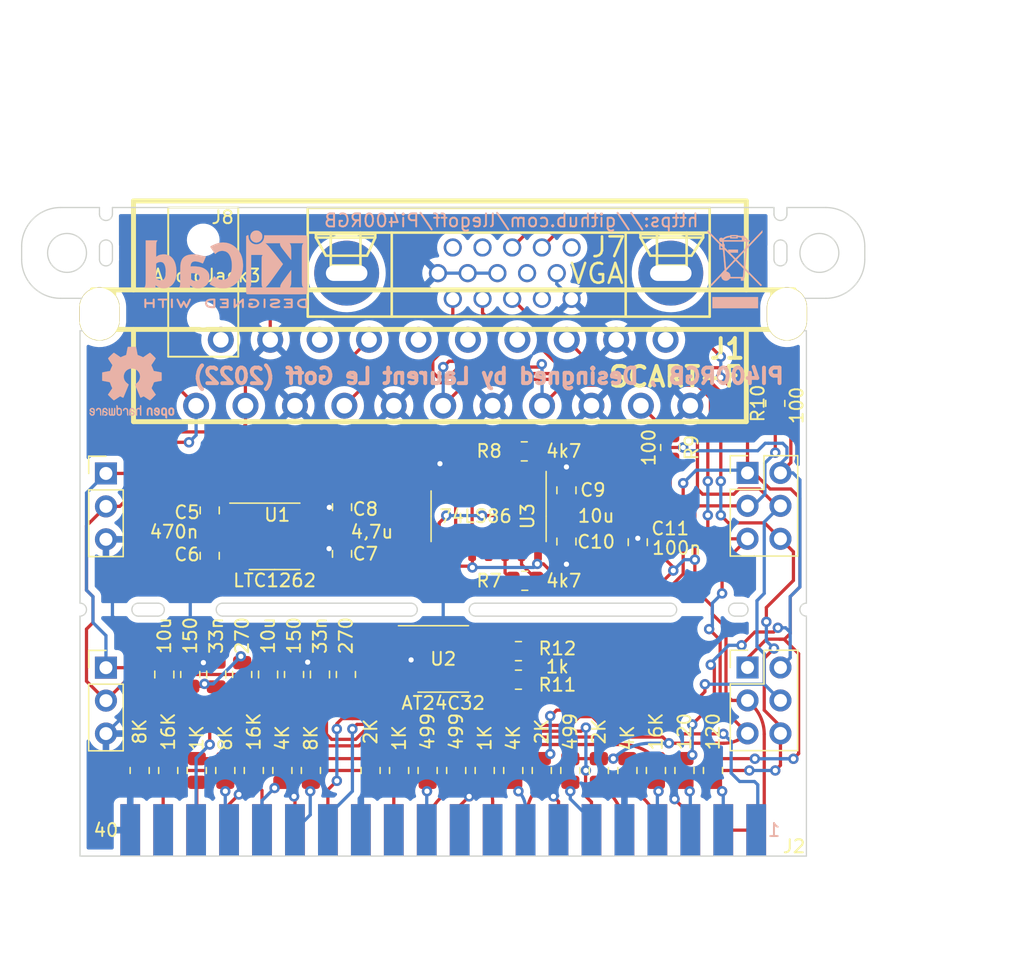
<source format=kicad_pcb>
(kicad_pcb (version 20211014) (generator pcbnew)
  (layers (0 "F.Cu" signal) (31 "B.Cu" signal) (34 "B.Paste" user) (35 "F.Paste" user) (36 "B.SilkS" user "B.Silkscreen") (37 "F.SilkS" user "F.Silkscreen") (38 "B.Mask" user) (39 "F.Mask" user) (44 "Edge.Cuts" user))
  (net 0 "")
  (net 1 "Net-(C1-Pad1)")
  (net 2 "GND")
  (net 3 "/L")
  (net 4 "Net-(C3-Pad1)")
  (net 5 "/R")
  (net 6 "Net-(C5-Pad1)")
  (net 7 "Net-(C5-Pad2)")
  (net 8 "Net-(C6-Pad1)")
  (net 9 "Net-(C6-Pad2)")
  (net 10 "+5V")
  (net 11 "/SCART_SW")
  (net 12 "Net-(C9-Pad2)")
  (net 13 "Net-(C10-Pad2)")
  (net 16 "/RGB_B")
  (net 18 "/RGB_G")
  (net 21 "/RGB_R")
  (net 22 "Net-(J1-Pad16)")
  (net 23 "Net-(J1-Pad19)")
  (net 25 "+3V3")
  (net 26 "/V")
  (net 27 "/H")
  (net 28 "/B2")
  (net 29 "/G4")
  (net 30 "/G5")
  (net 31 "/G7")
  (net 32 "/RPWM")
  (net 34 "/R4")
  (net 35 "/R5")
  (net 37 "/R6")
  (net 39 "/B7")
  (net 40 "/R7")
  (net 42 "/B6")
  (net 43 "/B5")
  (net 44 "/ID_SD")
  (net 45 "/ID_SC")
  (net 46 "/B3")
  (net 47 "/B4")
  (net 48 "/G2")
  (net 49 "/G3")
  (net 50 "/LPWM")
  (net 51 "/G6")
  (net 53 "/R2")
  (net 54 "/R3")
  (net 55 "/SV")
  (net 56 "/SH")
  (net 57 "Net-(R9-Pad2)")
  (net 58 "Net-(U3-Pad3)")
  (net 59 "Net-(U3-Pad11)")
  (net 60 "Net-(U3-Pad6)")
  (footprint "Resistor_SMD:R_0805_2012Metric" (layer "F.Cu") (at 112 86.9 90)
    (fp_text reference "RG5" hide)
    (fp_text value "2K")
  )
  (footprint "Resistor_SMD:R_0805_2012Metric" (layer "F.Cu") (at 96.6 86.9 90)
    (fp_text reference "RB6" hide)
    (fp_text value "1K")
  )
  (footprint "Connector_PinHeader_2.54mm:PinHeader_2x03_P2.54mm_Vertical" (layer "F.Cu") (at 123.46 78.96)
    (fp_text reference "J5" hide)
    (fp_text value "02x03" hide)
  )
  (footprint "Resistor_SMD:R_0805_2012Metric" (layer "F.Cu") (at 101 86.9 90)
    (fp_text reference "RR7" hide)
    (fp_text value "499")
  )
  (footprint "Resistor_SMD:R_0805_2012Metric" (layer "F.Cu") (at 118.6 86.9 90)
    (fp_text reference "R5" hide)
    (fp_text value "120")
  )
  (footprint "Resistor_SMD:R_0805_2012Metric" (layer "F.Cu") (at 94.4 86.9 90)
    (fp_text reference "RB5" hide)
    (fp_text value "2K")
  )
  (footprint "Package_SO:SOIC-14_3.9x8.7mm_P1.27mm" (layer "F.Cu") (at 103.5 67.3 -90)
    (fp_text reference "U3")
    (fp_text value "74LS86")
  )
  (footprint "Resistor_SMD:R_0805_2012Metric" (layer "F.Cu") (at 116.4 86.9 90)
    (fp_text reference "RB2" hide)
    (fp_text value "16K")
  )
  (footprint "Package_SO:SOIC-8_3.9x4.9mm_P1.27mm" (layer "F.Cu") (at 100 78.3)
    (fp_text reference "U2")
    (fp_text value "AT24C32")
  )
  (footprint "Resistor_SMD:R_0805_2012Metric" (layer "F.Cu") (at 88.5 79.5 -90)
    (fp_text reference "R4" hide)
    (fp_text value "150")
  )
  (footprint "Resistor_SMD:R_0805_2012Metric" (layer "F.Cu") (at 107.6 86.9 90)
    (fp_text reference "RR5" hide)
    (fp_text value "2K")
  )
  (footprint "Resistor_SMD:R_0805_2012Metric" (layer "F.Cu") (at 92.5 79.5 90)
    (fp_text reference "R3" hide)
    (fp_text value "270")
  )
  (footprint "Resistor_SMD:R_0805_2012Metric" (layer "F.Cu") (at 83.2 86.9 90)
    (fp_text reference "RG3" hide)
    (fp_text value "8K")
  )
  (footprint "Capacitor_SMD:C_0805_2012Metric" (layer "F.Cu") (at 82 66.85 -90)
    (fp_text reference "C5")
    (fp_text value "470n")
  )
  (footprint "Resistor_SMD:R_0805_2012Metric" (layer "F.Cu") (at 106.29 72.275 180)
    (fp_text reference "R7")
    (fp_text value "4k7")
  )
  (footprint "Capacitor_SMD:C_0805_2012Metric" (layer "F.Cu") (at 109.5 65.3 -90)
    (fp_text reference "C9")
    (fp_text value "10u")
  )
  (footprint "_LaurentPerso:SCART" (layer "F.Cu") (at 100 51.5 180)
    (fp_text reference "J1")
    (fp_text value "SCART-F")
  )
  (footprint "Resistor_SMD:R_0805_2012Metric" (layer "F.Cu") (at 103.2 86.9 90)
    (fp_text reference "RR6" hide)
    (fp_text value "1K")
  )
  (footprint "Resistor_SMD:R_0805_2012Metric" (layer "F.Cu") (at 87.6 86.9 90)
    (fp_text reference "RB4" hide)
    (fp_text value "4K")
  )
  (footprint "Connector_PinHeader_2.54mm:PinHeader_1x03_P2.54mm_Vertical" (layer "F.Cu") (at 74 78.975)
    (fp_text reference "J3" hide)
    (fp_text value "01x03" hide)
  )
  (footprint "Resistor_SMD:R_0805_2012Metric" (layer "F.Cu") (at 106.25 62.3)
    (fp_text reference "R8")
    (fp_text value "4k7")
  )
  (footprint "_LaurentPerso:DB_15F-VGA" (layer "F.Cu") (at 105.05 43.5 180)
    (fp_text reference "J7")
    (fp_text value "VGA")
  )
  (footprint "Resistor_SMD:R_0805_2012Metric" (layer "F.Cu") (at 105.4 86.9 90)
    (fp_text reference "RR4" hide)
    (fp_text value "4K")
  )
  (footprint "Resistor_SMD:R_0805_2012Metric" (layer "F.Cu") (at 105.8 79.9)
    (fp_text reference "R11")
    (fp_text value "1k")
  )
  (footprint "Connector_PinHeader_2.54mm:PinHeader_1x03_P2.54mm_Vertical" (layer "F.Cu") (at 74 64)
    (fp_text reference "J4" hide)
    (fp_text value "01x03" hide)
  )
  (footprint "Package_SO:SOIC-8_3.9x4.9mm_P1.27mm" (layer "F.Cu") (at 87 68.85)
    (fp_text reference "U1")
    (fp_text value "LTC1262")
  )
  (footprint "_LaurentPerso:2x40_PCB" (layer "F.Cu") (at 100 93.5)
    (fp_text reference "J2")
    (fp_text value "CONN_02X20")
  )
  (footprint "Resistor_SMD:R_0805_2012Metric" (layer "F.Cu") (at 120.8 86.9 90)
    (fp_text reference "R6" hide)
    (fp_text value "120")
  )
  (footprint "Resistor_SMD:R_0805_2012Metric" (layer "F.Cu") (at 84.5 79.5 90)
    (fp_text reference "R1" hide)
    (fp_text value "270")
  )
  (footprint "Resistor_SMD:R_0805_2012Metric" (layer "F.Cu") (at 85.4 86.9 90)
    (fp_text reference "RG2" hide)
    (fp_text value "16K")
  )
  (footprint "Resistor_SMD:R_0805_2012Metric" (layer "F.Cu") (at 105.8 77.7)
    (fp_text reference "R12")
    (fp_text value "1k")
  )
  (footprint "Resistor_SMD:R_0805_2012Metric" (layer "F.Cu") (at 76.6 86.9 90)
    (fp_text reference "RR3" hide)
    (fp_text value "8K")
  )
  (footprint "_LaurentPerso:jack3.5smd" (layer "F.Cu") (at 81.5 43.5 -90)
    (fp_text reference "J8")
    (fp_text value "AudioJack3")
  )
  (footprint "Resistor_SMD:R_0805_2012Metric" (layer "F.Cu") (at 117.5 62 -90)
    (fp_text reference "R9")
    (fp_text value "100")
  )
  (footprint "Capacitor_SMD:C_0805_2012Metric" (layer "F.Cu") (at 115 69.3 90)
    (fp_text reference "C11")
    (fp_text value "100n")
  )
  (footprint "Capacitor_SMD:C_0805_2012Metric" (layer "F.Cu") (at 92.2 66.6 90)
    (fp_text reference "C8")
    (fp_text value "4,7u" hide)
  )
  (footprint "Resistor_SMD:R_0805_2012Metric" (layer "F.Cu") (at 114.2 86.9 90)
    (fp_text reference "RG4" hide)
    (fp_text value "4K")
  )
  (footprint "Capacitor_SMD:C_0805_2012Metric" (layer "F.Cu") (at 82.5 79.5 90)
    (fp_text reference "C1" hide)
    (fp_text value "33n")
  )
  (footprint "Resistor_SMD:R_0805_2012Metric" (layer "F.Cu") (at 109.8 86.9 90)
    (fp_text reference "RG7" hide)
    (fp_text value "499")
  )
  (footprint "Resistor_SMD:R_0805_2012Metric" (layer "F.Cu") (at 125.6 58.6 90)
    (fp_text reference "R10")
    (fp_text value "100")
  )
  (footprint "Capacitor_SMD:C_0805_2012Metric" (layer "F.Cu") (at 78.5 79.5 -90)
    (fp_text reference "C2" hide)
    (fp_text value "10u")
  )
  (footprint "Capacitor_SMD:C_0805_2012Metric" (layer "F.Cu") (at 86.5 79.5 -90)
    (fp_text reference "C4" hide)
    (fp_text value "10u")
  )
  (footprint "Resistor_SMD:R_0805_2012Metric" (layer "F.Cu") (at 81 86.9 90)
    (fp_text reference "RG6" hide)
    (fp_text value "1K")
  )
  (footprint "Resistor_SMD:R_0805_2012Metric" (layer "F.Cu") (at 89.8 86.9 90)
    (fp_text reference "RB3" hide)
    (fp_text value "8K")
  )
  (footprint "Capacitor_SMD:C_0805_2012Metric" (layer "F.Cu") (at 92.2 70.2 90)
    (fp_text reference "C7")
    (fp_text value "4,7u")
  )
  (footprint "Resistor_SMD:R_0805_2012Metric" (layer "F.Cu") (at 78.8 86.9 90)
    (fp_text reference "RR2" hide)
    (fp_text value "16K")
  )
  (footprint "Connector_PinHeader_2.54mm:PinHeader_2x03_P2.54mm_Vertical" (layer "F.Cu") (at 123.46 63.96)
    (fp_text reference "J6" hide)
    (fp_text value "02x03" hide)
  )
  (footprint "Capacitor_SMD:C_0805_2012Metric" (layer "F.Cu") (at 90.5 79.5 90)
    (fp_text reference "C3" hide)
    (fp_text value "33n")
  )
  (footprint "Capacitor_SMD:C_0805_2012Metric" (layer "F.Cu") (at 82 70.35 -90)
    (fp_text reference "C6")
    (fp_text value "470n" hide)
  )
  (footprint "Resistor_SMD:R_0805_2012Metric" (layer "F.Cu") (at 80.5 79.5 -90)
    (fp_text reference "R2" hide)
    (fp_text value "150")
  )
  (footprint "Resistor_SMD:R_0805_2012Metric" (layer "F.Cu") (at 98.8 86.9 90)
    (fp_text reference "RB7" hide)
    (fp_text value "499")
  )
  (footprint "Capacitor_SMD:C_0805_2012Metric" (layer "F.Cu") (at 109.5 69.25 90)
    (fp_text reference "C10")
    (fp_text value "10u")
  )
  (footprint "Symbol:WEEE-Logo_4.2x6mm_SilkScreen" (layer "B.Cu") (at 122.5 48.25 180)
    (fp_text reference "REF**" hide)
    (fp_text value "WEEE-Logo_4.2x6mm_SilkScreen" hide)
  )
  (footprint "Symbol:KiCad-Logo2_5mm_SilkScreen" (layer "B.Cu") (at 83.25 48.25 180)
    (fp_text reference "REF**" hide)
    (fp_text value "KiCad-Logo2_5mm_SilkScreen" hide)
  )
  (footprint "Symbol:OSHW-Logo2_7.3x6mm_SilkScreen" (layer "B.Cu") (at 76 57 180)
    (fp_text reference "REF**" hide)
    (fp_text value "OSHW-Logo2_7.3x6mm_SilkScreen" hide)
  )
  (gr_line (start 74 53) (end 72 53) (layer "Edge.Cuts") (width 0.1))
  (gr_line (start 72 74) (end 72 53) (layer "Edge.Cuts") (width 0.1))
  (gr_line (start 73.5 43.5) (end 70.5 43.5) (layer "Edge.Cuts") (width 0.1))
  (gr_arc (start 129.5 43.5) (mid 131.62132 44.37868) (end 132.5 46.5) (layer "Edge.Cuts") (width 0.1))
  (gr_line (start 128 93.5) (end 72 93.5) (layer "Edge.Cuts") (width 0.1))
  (gr_arc (start 102.5 75) (mid 102 74.5) (end 102.5 74) (layer "Edge.Cuts") (width 0.1))
  (gr_line (start 126.5 44) (end 126.5 43.5) (layer "Edge.Cuts") (width 0.1))
  (gr_line (start 74 50.5) (end 70.5 50.5) (layer "Edge.Cuts") (width 0.1))
  (gr_arc (start 125.5 46.5) (mid 126 46) (end 126.5 46.5) (layer "Edge.Cuts") (width 0.1))
  (gr_circle (center 71 47) (end 71 45.5) (layer "Edge.Cuts") (width 0.1) (fill none))
  (gr_line (start 76.5 74) (end 78 74) (layer "Edge.Cuts") (width 0.1))
  (gr_line (start 125.5 46.5) (end 125.5 47.5) (layer "Edge.Cuts") (width 0.1))
  (gr_line (start 74.5 43.5) (end 125.5 43.5) (layer "Edge.Cuts") (width 0.1))
  (gr_arc (start 67.5 46.5) (mid 68.37868 44.37868) (end 70.5 43.5) (layer "Edge.Cuts") (width 0.1))
  (gr_line (start 128 74) (end 128 53) (layer "Edge.Cuts") (width 0.1))
  (gr_line (start 74.5 46.5) (end 74.5 47.5) (layer "Edge.Cuts") (width 0.1))
  (gr_arc (start 122.5 75) (mid 122 74.5) (end 122.5 74) (layer "Edge.Cuts") (width 0.1))
  (gr_arc (start 117.5 74) (mid 118 74.5) (end 117.5 75) (layer "Edge.Cuts") (width 0.1))
  (gr_line (start 73.5 46.5) (end 73.5 47.5) (layer "Edge.Cuts") (width 0.1))
  (gr_line (start 97.5 74) (end 83 74) (layer "Edge.Cuts") (width 0.1))
  (gr_arc (start 126.5 47.5) (mid 126 48) (end 125.5 47.5) (layer "Edge.Cuts") (width 0.1))
  (gr_circle (center 129 47) (end 129 48.5) (layer "Edge.Cuts") (width 0.1) (fill none))
  (gr_line (start 102.5 75) (end 117.5 75) (layer "Edge.Cuts") (width 0.1))
  (gr_line (start 125.5 44) (end 125.5 43.5) (layer "Edge.Cuts") (width 0.1))
  (gr_arc (start 83 75) (mid 82.5 74.5) (end 83 74) (layer "Edge.Cuts") (width 0.1))
  (gr_arc (start 74.5 47.5) (mid 74 48) (end 73.5 47.5) (layer "Edge.Cuts") (width 0.1))
  (gr_arc (start 72 74) (mid 72.5 74.5) (end 72 75) (layer "Edge.Cuts") (width 0.1))
  (gr_arc (start 97.5 74) (mid 98 74.5) (end 97.5 75) (layer "Edge.Cuts") (width 0.1))
  (gr_line (start 67.5 46.5) (end 67.5 47.5) (layer "Edge.Cuts") (width 0.1))
  (gr_arc (start 126.5 44) (mid 126 44.5) (end 125.5 44) (layer "Edge.Cuts") (width 0.1))
  (gr_line (start 126 50.5) (end 126 53) (layer "Edge.Cuts") (width 0.1))
  (gr_line (start 83 75) (end 97.5 75) (layer "Edge.Cuts") (width 0.1))
  (gr_line (start 74.5 44) (end 74.5 43.5) (layer "Edge.Cuts") (width 0.1))
  (gr_line (start 126.5 43.5) (end 129.5 43.5) (layer "Edge.Cuts") (width 0.1))
  (gr_line (start 76.5 75) (end 78 75) (layer "Edge.Cuts") (width 0.1))
  (gr_line (start 128 75) (end 128 93.5) (layer "Edge.Cuts") (width 0.1))
  (gr_line (start 126 53) (end 128 53) (layer "Edge.Cuts") (width 0.1))
  (gr_arc (start 78 74) (mid 78.5 74.5) (end 78 75) (layer "Edge.Cuts") (width 0.1))
  (gr_line (start 73.5 44) (end 73.5 43.5) (layer "Edge.Cuts") (width 0.1))
  (gr_arc (start 132.5 47.5) (mid 131.62132 49.62132) (end 129.5 50.5) (layer "Edge.Cuts") (width 0.1))
  (gr_arc (start 74.5 44) (mid 74 44.5) (end 73.5 44) (layer "Edge.Cuts") (width 0.1))
  (gr_line (start 72 75) (end 72 93.5) (layer "Edge.Cuts") (width 0.1))
  (gr_arc (start 73.5 46.5) (mid 74 46) (end 74.5 46.5) (layer "Edge.Cuts") (width 0.1))
  (gr_line (start 122.5 75) (end 123 75) (layer "Edge.Cuts") (width 0.1))
  (gr_line (start 122.5 74) (end 123 74) (layer "Edge.Cuts") (width 0.1))
  (gr_arc (start 123 74) (mid 123.5 74.5) (end 123 75) (layer "Edge.Cuts") (width 0.1))
  (gr_arc (start 76.5 75) (mid 76 74.5) (end 76.5 74) (layer "Edge.Cuts") (width 0.1))
  (gr_line (start 126.5 46.5) (end 126.5 47.5) (layer "Edge.Cuts") (width 0.1))
  (gr_line (start 129.5 50.5) (end 126 50.5) (layer "Edge.Cuts") (width 0.1))
  (gr_line (start 117.5 74) (end 102.5 74) (layer "Edge.Cuts") (width 0.1))
  (gr_line (start 74 50.5) (end 74 53) (layer "Edge.Cuts") (width 0.1))
  (gr_arc (start 128 75) (mid 127.5 74.5) (end 128 74) (layer "Edge.Cuts") (width 0.1))
  (gr_arc (start 70.5 50.5) (mid 68.37868 49.62132) (end 67.5 47.5) (layer "Edge.Cuts") (width 0.1))
  (gr_line (start 132.5 46.5) (end 132.5 47.5) (layer "Edge.Cuts") (width 0.1))
  (gr_text "https://github.com/llegoff/Pi400RGB" (at 105.25 44.5) (layer "B.SilkS") (effects (font (size 1 1)) (justify mirror)))
  (gr_text "PI400RGB , Desingned by Laurent Le Goff (2022)" (at 103.5 56.5) (layer "B.SilkS") (effects (font (size 1.2 1.2) (thickness 0.3)) (justify mirror)))
  (segment (start 78.5 80.45) (end 80.4625 80.45) (width 0.25) (layer "F.Cu") (net 1))
  (segment (start 84.5 78.2) (end 84.4 78.1) (width 0.25) (layer "F.Cu") (net 1))
  (segment (start 82.4625 80.4125) (end 82.5 80.45) (width 0.25) (layer "F.Cu") (net 1))
  (segment (start 81.5125 80.4125) (end 82.4625 80.4125) (width 0.25) (layer "F.Cu") (net 1))
  (segment (start 80.4625 80.45) (end 80.5 80.4125) (width 0.25) (layer "F.Cu") (net 1))
  (segment (start 84.5 78.5875) (end 84.5 78.2) (width 0.25) (layer "F.Cu") (net 1))
  (segment (start 81.6 80.2245) (end 81.6 80.325) (width 0.25) (layer "F.Cu") (net 1))
  (segment (start 80.5 80.4125) (end 81.5125 80.4125) (width 0.25) (layer "F.Cu") (net 1))
  (segment (start 81.6 80.325) (end 81.5125 80.4125) (width 0.25) (layer "F.Cu") (net 1))
  (via (at 81.6 80.2245) (size 0.8) (drill 0.4) (layers "F.Cu" "B.Cu") (net 1))
  (via (at 84.4 78.1) (size 0.8) (drill 0.4) (layers "F.Cu" "B.Cu") (net 1))
  (segment (start 82.2755 80.2245) (end 81.6 80.2245) (width 0.25) (layer "B.Cu") (net 1))
  (segment (start 84.4 78.1) (end 82.2755 80.2245) (width 0.25) (layer "B.Cu") (net 1))
  (segment (start 88.57 88.970498) (end 88.5 88.900498) (width 0.25) (layer "F.Cu") (net 2))
  (segment (start 83.49 89.51) (end 84.25 88.75) (width 0.25) (layer "F.Cu") (net 2))
  (segment (start 119.05 91.5) (end 119.05 90.321734) (width 0.25) (layer "F.Cu") (net 2))
  (segment (start 90.5 78.55) (end 88.5375 78.55) (width 0.25) (layer "F.Cu") (net 2))
  (segment (start 88.57 91.5) (end 88.57 88.970498) (width 0.25) (layer "F.Cu") (net 2))
  (segment (start 84.75 45.3) (end 83.9 44.45) (width 0.25) (layer "F.Cu") (net 2))
  (segment (start 89.475 66.945) (end 90.905 66.945) (width 0.25) (layer "F.Cu") (net 2))
  (segment (start 83.49 91.5) (end 83.49 89.51) (width 0.25) (layer "F.Cu") (net 2))
  (segment (start 99.69 63.31) (end 99.75 63.25) (width 0.25) (layer "F.Cu") (net 2))
  (segment (start 92.2 69.25) (end 91.75 69.25) (width 0.25) (layer "F.Cu") (net 2))
  (segment (start 109.5 71) (end 109.5 70.2) (width 0.25) (layer "F.Cu") (net 2))
  (segment (start 97.525 77.665) (end 97.525 78.935) (width 0.25) (layer "F.Cu") (net 2))
  (segment (start 109.5 64.35) (end 109.5 63.5) (width 0.25) (layer "F.Cu") (net 2))
  (segment (start 115 68.35) (end 115 69) (width 0.25) (layer "F.Cu") (net 2))
  (segment (start 79.1 44.45) (end 78.25 45.3) (width 0.25) (layer "F.Cu") (net 2))
  (segment (start 80.5 78.5875) (end 82.4625 78.5875) (width 0.25) (layer "F.Cu") (net 2))
  (segment (start 101.27 91.5) (end 101.27 89.630498) (width 0.25) (layer "F.Cu") (net 2))
  (segment (start 101.27 89.630498) (end 102 88.900498) (width 0.25) (layer "F.Cu") (net 2))
  (segment (start 99.69 64.825) (end 99.69 63.31) (width 0.25) (layer "F.Cu") (net 2))
  (segment (start 108.89 89.290498) (end 108.5 88.900498) (width 0.25) (layer "F.Cu") (net 2))
  (segment (start 86.665 53.69964) (end 86.665 47.215) (width 0.25) (layer "F.Cu") (net 2))
  (segment (start 97.525 76.395) (end 97.525 77.665) (width 0.25) (layer "F.Cu") (net 2))
  (segment (start 97.525 78.935) (end 97.525 80.205) (width 0.25) (layer "F.Cu") (net 2))
  (segment (start 119.05 90.321734) (end 117.835275 89.107009) (width 0.25) (layer "F.Cu") (net 2))
  (segment (start 89.475 66.945) (end 89.475 68.215) (width 0.25) (layer "F.Cu") (net 2))
  (segment (start 88.5375 78.55) (end 88.5 78.5875) (width 0.25) (layer "F.Cu") (net 2))
  (segment (start 90.905 66.945) (end 92.2 65.65) (width 0.25) (layer "F.Cu") (net 2))
  (segment (start 83.9 44.45) (end 79.1 44.45) (width 0.25) (layer "F.Cu") (net 2))
  (segment (start 86.665 47.215) (end 84.75 45.3) (width 0.25) (layer "F.Cu") (net 2))
  (segment (start 108.89 91.5) (end 108.89 89.290498) (width 0.25) (layer "F.Cu") (net 2))
  (segment (start 91.75 69.25) (end 91.2 69.8) (width 0.25) (layer "F.Cu") (net 2))
  (segment (start 82.4625 78.5875) (end 82.5 78.55) (width 0.25) (layer "F.Cu") (net 2))
  (via (at 84.25 88.75) (size 0.8) (drill 0.4) (layers "F.Cu" "B.Cu") (net 2))
  (via (at 91.219354 66.617377) (size 0.8) (drill 0.4) (layers "F.Cu" "B.Cu") (net 2))
  (via (at 99.75 63.25) (size 0.8) (drill 0.4) (layers "F.Cu" "B.Cu") (net 2))
  (via (at 117.835275 89.107009) (size 0.8) (drill 0.4) (layers "F.Cu" "B.Cu") (net 2))
  (via (at 109.5 71) (size 0.8) (drill 0.4) (layers "F.Cu" "B.Cu") (net 2))
  (via (at 102 88.900498) (size 0.8) (drill 0.4) (layers "F.Cu" "B.Cu") (net 2))
  (via (at 108.5 88.900498) (size 0.8) (drill 0.4) (layers "F.Cu" "B.Cu") (net 2))
  (via (at 88.5 88.900498) (size 0.8) (drill 0.4) (layers "F.Cu" "B.Cu") (net 2))
  (via (at 81.5125 78.5875) (size 0.8) (drill 0.4) (layers "F.Cu" "B.Cu") (net 2))
  (via (at 89.55 78.55) (size 0.8) (drill 0.4) (layers "F.Cu" "B.Cu") (net 2))
  (via (at 91.2 69.8) (size 0.8) (drill 0.4) (layers "F.Cu" "B.Cu") (net 2))
  (via (at 115 69) (size 0.8) (drill 0.4) (layers "F.Cu" "B.Cu") (net 2))
  (via (at 97.525 78.375) (size 0.8) (drill 0.4) (layers "F.Cu" "B.Cu") (net 2))
  (via (at 109.5 63.5) (size 0.8) (drill 0.4) (layers "F.Cu" "B.Cu") (net 2))
  (segment (start 98.5 64.5) (end 99.75 63.25) (width 0.25) (layer "B.Cu") (net 2))
  (segment (start 77.08 69.08) (end 80.5 72.5) (width 0.25) (layer "B.Cu") (net 2))
  (segment (start 113.0585 53.69964) (end 113.335 53.69964) (width 0.25) (layer "B.Cu") (net 2))
  (segment (start 80.5 72.5) (end 80.5 76) (width 0.25) (layer "B.Cu") (net 2))
  (segment (start 74.5 72.5) (end 74.5 75) (width 0.25) (layer "B.Cu") (net 2))
  (segment (start 99.59408 48.56) (end 101.88516 48.56) (width 0.25) (layer "B.Cu") (net 2))
  (segment (start 74 72) (end 74.5 72.5) (width 0.25) (layer "B.Cu") (net 2))
  (segment (start 91.2 66.636731) (end 91.219354 66.617377) (width 0.25) (layer "B.Cu") (net 2))
  (segment (start 74 69.08) (end 77.08 69.08) (width 0.25) (layer "B.Cu") (net 2))
  (segment (start 75.75 76.25) (end 75.75 82.305) (width 0.25) (layer "B.Cu") (net 2))
  (segment (start 109.89886 50.54) (end 113.0585 53.69964) (width 0.25) (layer "B.Cu") (net 2))
  (segment (start 91.2 69.8) (end 91.2 66.636731) (width 0.25) (layer "B.Cu") (net 2))
  (segment (start 97.525 78.375) (end 100 75.9) (width 0.25) (layer "B.Cu") (net 2))
  (segment (start 80.5 76) (end 81.5125 77.0125) (width 0.25) (layer "B.Cu") (net 2))
  (segment (start 74.5 75) (end 75.75 76.25) (width 0.25) (layer "B.Cu") (net 2))
  (segment (start 108.75586 48.56) (end 108.75586 49.397) (width 0.25) (layer "B.Cu") (net 2))
  (segment (start 100 70) (end 98.5 68.5) (width 0.25) (layer "B.Cu") (net 2))
  (segment (start 81.5125 77.0125) (end 81.5125 78.5875) (width 0.25) (layer "B.Cu") (net 2))
  (segment (start 101.88516 48.56) (end 104.17624 48.56) (width 0.25) (layer "B.Cu") (net 2))
  (segment (start 100 75.9) (end 100 70) (width 0.25) (layer "B.Cu") (net 2))
  (segment (start 75.75 82.305) (end 74 84.055) (width 0.25) (layer "B.Cu") (net 2))
  (segment (start 98.5 68.5) (end 98.5 64.5) (width 0.25) (layer "B.Cu") (net 2))
  (segment (start 108.75586 49.397) (end 109.89886 50.54) (width 0.25) (layer "B.Cu") (net 2))
  (segment (start 74 69.08) (end 74 72) (width 0.25) (layer "B.Cu") (net 2))
  (segment (start 84.75 58.76964) (end 84.76 58.77964) (width 0.25) (layer "F.Cu") (net 3))
  (segment (start 78.6 60.8) (end 84.2 60.8) (width 0.25) (layer "F.Cu") (net 3))
  (segment (start 78.25 52) (end 79.8 50.45) (width 0.25) (layer "F.Cu") (net 3))
  (segment (start 84.76 60.24) (end 84.76 58.77964) (width 0.25) (layer "F.Cu") (net 3))
  (segment (start 83.2 50.45) (end 84.75 52) (width 0.25) (layer "F.Cu") (net 3))
  (segment (start 84.2 60.8) (end 84.76 60.24) (width 0.25) (layer "F.Cu") (net 3))
  (segment (start 75.4 64) (end 78.6 60.8) (width 0.25) (layer "F.Cu") (net 3))
  (segment (start 79.8 50.45) (end 83.2 50.45) (width 0.25) (layer "F.Cu") (net 3))
  (segment (start 78.5 78.55) (end 78.075 78.975) (width 0.25) (layer "F.Cu") (net 3))
  (segment (start 78.075 78.975) (end 74 78.975) (width 0.25) (layer "F.Cu") (net 3))
  (segment (start 74 64) (end 75.4 64) (width 0.25) (layer "F.Cu") (net 3))
  (segment (start 84.75 52) (end 84.75 58.76964) (width 0.25) (layer "F.Cu") (net 3))
  (segment (start 73 73.5) (end 72.5 73) (width 0.25) (layer "B.Cu") (net 3))
  (segment (start 72.5 73) (end 72.5 65.5) (width 0.25) (layer "B.Cu") (net 3))
  (segment (start 74 78.975) (end 74 76.5) (width 0.25) (layer "B.Cu") (net 3))
  (segment (start 73 75.5) (end 73 73.5) (width 0.25) (layer "B.Cu") (net 3))
  (segment (start 72.5 65.5) (end 74 64) (width 0.25) (layer "B.Cu") (net 3))
  (segment (start 74 76.5) (end 73 75.5) (width 0.25) (layer "B.Cu") (net 3))
  (segment (start 88.5375 80.45) (end 88.5 80.4125) (width 0.25) (layer "F.Cu") (net 4))
  (segment (start 86.5375 80.4125) (end 86.5 80.45) (width 0.25) (layer "F.Cu") (net 4))
  (segment (start 92.3625 78.5875) (end 90.5 80.45) (width 0.25) (layer "F.Cu") (net 4))
  (segment (start 90.5 80.45) (end 88.5375 80.45) (width 0.25) (layer "F.Cu") (net 4))
  (segment (start 92.5 78.5875) (end 92.3625 78.5875) (width 0.25) (layer "F.Cu") (net 4))
  (segment (start 88.5 80.4125) (end 86.5375 80.4125) (width 0.25) (layer "F.Cu") (net 4))
  (segment (start 75.8 65.8) (end 75.06 66.54) (width 0.25) (layer "F.Cu") (net 5))
  (segment (start 78.8 61.6) (end 75.8 64.6) (width 0.25) (layer "F.Cu") (net 5))
  (segment (start 84.75 48.5) (end 78.25 48.5) (width 0.25) (layer "F.Cu") (net 5))
  (segment (start 73 75.5) (end 73 73.5) (width 0.25) (layer "F.Cu") (net 5))
  (segment (start 72.5 80.015) (end 72.5 76) (width 0.25) (layer "F.Cu") (net 5))
  (segment (start 76.5 50.25) (end 76.5 54.32964) (width 0.25) (layer "F.Cu") (net 5))
  (segment (start 72.5 76) (end 73 75.5) (width 0.25) (layer "F.Cu") (net 5))
  (segment (start 74 81.515) (end 72.5 80.015) (width 0.25) (layer "F.Cu") (net 5))
  (segment (start 85.55 79.5) (end 86.5 78.55) (width 0.25) (layer "F.Cu") (net 5))
  (segment (start 78.25 48.5) (end 76.5 50.25) (width 0.25) (layer "F.Cu") (net 5))
  (segment (start 76.5 54.32964) (end 80.95 58.77964) (width 0.25) (layer "F.Cu") (net 5))
  (segment (start 72.5 68.04) (end 74 66.54) (width 0.25) (layer "F.Cu") (net 5))
  (segment (start 74 81.515) (end 76.015 79.5) (width 0.25) (layer "F.Cu") (net 5))
  (segment (start 73 73.5) (end 72.5 73) (width 0.25) (layer "F.Cu") (net 5))
  (segment (start 75.06 66.54) (end 74 66.54) (width 0.25) (layer "F.Cu") (net 5))
  (segment (start 72.5 73) (end 72.5 68.04) (width 0.25) (layer "F.Cu") (net 5))
  (segment (start 76.015 79.5) (end 85.55 79.5) (width 0.25) (layer "F.Cu") (net 5))
  (segment (start 75.8 64.6) (end 75.8 65.8) (width 0.25) (layer "F.Cu") (net 5))
  (segment (start 80.4 61.6) (end 78.8 61.6) (width 0.25) (layer "F.Cu") (net 5))
  (via (at 80.4 61.6) (size 0.8) (drill 0.4) (layers "F.Cu" "B.Cu") (net 5))
  (segment (start 80.95 58.77964) (end 80.95 61.05) (width 0.25) (layer "B.Cu") (net 5))
  (segment (start 80.95 61.05) (end 80.4 61.6) (width 0.25) (layer "B.Cu") (net 5))
  (segment (start 83.045 66.945) (end 82 65.9) (width 0.25) (layer "F.Cu") (net 6))
  (segment (start 84.525 66.945) (end 83.045 66.945) (width 0.25) (layer "F.Cu") (net 6))
  (segment (start 82.415 68.215) (end 82 67.8) (width 0.25) (layer "F.Cu") (net 7))
  (segment (start 84.525 68.215) (end 82.415 68.215) (width 0.25) (layer "F.Cu") (net 7))
  (segment (start 82.085 69.485) (end 82 69.4) (width 0.25) (layer "F.Cu") (net 8))
  (segment (start 84.525 69.485) (end 82.085 69.485) (width 0.25) (layer "F.Cu") (net 8))
  (segment (start 82.545 70.755) (end 82 71.3) (width 0.25) (layer "F.Cu") (net 9))
  (segment (start 84.525 70.755) (end 82.545 70.755) (width 0.25) (layer "F.Cu") (net 9))
  (segment (start 123.46 81.5) (end 123.82369 81.86369) (width 0.25) (layer "F.Cu") (net 10))
  (segment (start 107.25 70.9755) (end 107.7255 70.9755) (width 0.25) (layer "F.Cu") (net 10))
  (segment (start 123.46 66.5) (end 119.7 66.5) (width 0.25) (layer "F.Cu") (net 10))
  (segment (start 107.25 70.9755) (end 107.25 69.835) (width 0.25) (layer "F.Cu") (net 10))
  (segment (start 120.75 74.25) (end 120.75 74.85) (width 0.25) (layer "F.Cu") (net 10))
  (segment (start 102.25 71.25) (end 102.25 69.795) (width 0.25) (layer "F.Cu") (net 10))
  (segment (start 124.75 84.1) (end 124.75 90.003188) (width 0.25) (layer "F.Cu") (net 10))
  (segment (start 119.4 72.9) (end 120.75 74.25) (width 0.25) (layer "F.Cu") (net 10))
  (segment (start 107.25 69.835) (end 107.31 69.775) (width 0.25) (layer "F.Cu") (net 10))
  (segment (start 121.8 81.05) (end 122.25 81.5) (width 0.25) (layer "F.Cu") (net 10))
  (segment (start 119.7 66.5) (end 119.4 66.8) (width 0.25) (layer "F.Cu") (net 10))
  (segment (start 102.15 71.15) (end 102.25 71.25) (width 0.25) (layer "F.Cu") (net 10))
  (segment (start 116.75 70.25) (end 117.737701 71.237701) (width 0.25) (layer "F.Cu") (net 10))
  (segment (start 108.5 71.75) (end 109.5 72.75) (width 0.25) (layer "F.Cu") (net 10))
  (segment (start 120.75 74.85) (end 121.8 75.9) (width 0.25) (layer "F.Cu") (net 10))
  (segment (start 102.25 69.795) (end 102.23 69.775) (width 0.25) (layer "F.Cu") (net 10))
  (segment (start 121.59 91.5) (end 124.13 91.5) (width 0.25) (layer "F.Cu") (net 10))
  (segment (start 115 70.25) (end 116.75 70.25) (width 0.25) (layer "F.Cu") (net 10))
  (segment (start 89.475 70.755) (end 91.805 70.755) (width 0.25) (layer "F.Cu") (net 10))
  (segment (start 125.6 62.4) (end 125.6 59.5125) (width 0.25) (layer "F.Cu") (net 10))
  (segment (start 122.25 81.5) (end 123.46 81.5) (width 0.25) (layer "F.Cu") (net 10))
  (segment (start 92.2 71.15) (end 102.15 71.15) (width 0.25) (layer "F.Cu") (net 10))
  (segment (start 121.8 75.9) (end 121.8 81.05) (width 0.25) (layer "F.Cu") (net 10))
  (segment (start 116.5 72.75) (end 117.737701 71.512299) (width 0.25) (layer "F.Cu") (net 10))
  (segment (start 109.5 72.75) (end 116.5 72.75) (width 0.25) (layer "F.Cu") (net 10))
  (segment (start 91.805 70.755) (end 92.2 71.15) (width 0.25) (layer "F.Cu") (net 10))
  (segment (start 107.7255 70.9755) (end 108.5 71.75) (width 0.25) (layer "F.Cu") (net 10))
  (segment (start 117.737701 71.512299) (end 117.737701 71.487701) (width 0.25) (layer "F.Cu") (net 10))
  (segment (start 117.737701 71.237701) (end 117.737701 71.487701) (width 0.25) (layer "F.Cu") (net 10))
  (segment (start 119.4 66.8) (end 119.4 72.9) (width 0.25) (layer "F.Cu") (net 10))
  (via (at 125.6 62.4) (size 0.8) (drill 0.4) (layers "F.Cu" "B.Cu") (net 10))
  (via (at 107.25 70.9755) (size 0.8) (drill 0.4) (layers "F.Cu" "B.Cu") (net 10))
  (via (at 117.737701 71.487701) (size 0.8) (drill 0.4) (layers "F.Cu" "B.Cu") (net 10))
  (via (at 102.25 71.25) (size 0.8) (drill 0.4) (layers "F.Cu" "B.Cu") (net 10))
  (via (at 119.4 70.65) (size 0.8) (drill 0.4) (layers "F.Cu" "B.Cu") (net 10))
  (arc (start 123.82369 81.86369) (mid 124.50926 82.889717) (end 124.75 84.1) (width 0.25) (layer "F.Cu") (net 10))
  (arc (start 124.75 90.003188) (mid 124.588868 90.813256) (end 124.13 91.5) (width 0.25) (layer "F.Cu") (net 10))
  (segment (start 123.46 66.5) (end 123.9 66.5) (width 0.25) (layer "B.Cu") (net 10))
  (segment (start 119.4 70.65) (end 118.575402 70.65) (width 0.25) (layer "B.Cu") (net 10))
  (segment (start 123.9 66.5) (end 124.8 65.6) (width 0.25) (layer "B.Cu") (net 10))
  (segment (start 106.9755 71.25) (end 107.25 70.9755) (width 0.25) (layer "B.Cu") (net 10))
  (segment (start 124.8 63.8) (end 124.8 63.2) (width 0.25) (layer "B.Cu") (net 10))
  (segment (start 124.8 63.2) (end 125.6 62.4) (width 0.25) (layer "B.Cu") (net 10))
  (segment (start 118.575402 70.65) (end 117.737701 71.487701) (width 0.25) (layer "B.Cu") (net 10))
  (segment (start 102.25 71.25) (end 106.9755 71.25) (width 0.25) (layer "B.Cu") (net 10))
  (segment (start 124.8 65.6) (end 124.8 63.8) (width 0.25) (layer "B.Cu") (net 10))
  (segment (start 89.475 69.485) (end 90.315 69.485) (width 0.25) (layer "F.Cu") (net 11))
  (segment (start 91.65 67.55) (end 92.2 67.55) (width 0.25) (layer "F.Cu") (net 11))
  (segment (start 88.285 69.485) (end 89.475 69.485) (width 0.25) (layer "F.Cu") (net 11))
  (segment (start 91 68.2) (end 91.65 67.55) (width 0.25) (layer "F.Cu") (net 11))
  (segment (start 94.285 53.69964) (end 90.4 57.58464) (width 0.25) (layer "F.Cu") (net 11))
  (segment (start 90.4 63.4) (end 87.8 66) (width 0.25) (layer "F.Cu") (net 11))
  (segment (start 87.8 66) (end 87.8 69) (width 0.25) (layer "F.Cu") (net 11))
  (segment (start 90.315 69.485) (end 91 68.8) (width 0.25) (layer "F.Cu") (net 11))
  (segment (start 90.4 57.58464) (end 90.4 63.4) (width 0.25) (layer "F.Cu") (net 11))
  (segment (start 91 68.8) (end 91 68.2) (width 0.25) (layer "F.Cu") (net 11))
  (segment (start 87.8 69) (end 88.285 69.485) (width 0.25) (layer "F.Cu") (net 11))
  (segment (start 106.315 66.25) (end 106.04 65.975) (width 0.25) (layer "F.Cu") (net 12))
  (segment (start 106.04 64.825) (end 106.04 63.0025) (width 0.25) (layer "F.Cu") (net 12))
  (segment (start 106.04 65.975) (end 106.04 64.825) (width 0.25) (layer "F.Cu") (net 12))
  (segment (start 106.04 63.0025) (end 105.3375 62.3) (width 0.25) (layer "F.Cu") (net 12))
  (segment (start 109.5 66.25) (end 106.315 66.25) (width 0.25) (layer "F.Cu") (net 12))
  (segment (start 106.04 68.525) (end 106.04 69.775) (width 0.25) (layer "F.Cu") (net 13))
  (segment (start 109.5 68.3) (end 106.265 68.3) (width 0.25) (layer "F.Cu") (net 13))
  (segment (start 106.04 71.025) (end 106.04 69.775) (width 0.25) (layer "F.Cu") (net 13))
  (segment (start 106.265 68.3) (end 106.04 68.525) (width 0.25) (layer "F.Cu") (net 13))
  (segment (start 107.2025 72.275) (end 107.2025 72.1875) (width 0.25) (layer "F.Cu") (net 13))
  (segment (start 107.2025 72.1875) (end 106.04 71.025) (width 0.25) (layer "F.Cu") (net 13))
  (segment (start 121.6 57.928564) (end 119.972396 56.30096) (width 0.25) (layer "F.Cu") (net 16))
  (segment (start 107.6 52.8233) (end 107.6 54.4) (width 0.25) (layer "F.Cu") (net 16))
  (segment (start 121.6 61.2) (end 121.6 57.928564) (width 0.25) (layer "F.Cu") (net 16))
  (segment (start 121.4 64.6) (end 121.4 61.4) (width 0.25) (layer "F.Cu") (net 16))
  (segment (start 92.38 58.77964) (end 94.15964 57) (width 0.25) (layer "F.Cu") (net 16))
  (segment (start 87.6 85.9875) (end 89.8 85.9875) (width 0.25) (layer "F.Cu") (net 16))
  (segment (start 89.8 85.9875) (end 94.4 85.9875) (width 0.25) (layer "F.Cu") (net 16))
  (segment (start 94.4 85.9875) (end 96.6 85.9875) (width 0.25) (layer "F.Cu") (net 16))
  (segment (start 126 69.04) (end 124.772299 67.812299) (width 0.25) (layer "F.Cu") (net 16))
  (segment (start 126 86.5) (end 126 84.04) (width 0.25) (layer "F.Cu") (net 16))
  (segment (start 124.772299 67.812299) (end 121.987799 67.812299) (width 0.25) (layer "F.Cu") (net 16))
  (segment (start 99.8875 84.9) (end 113.774543 84.9) (width 0.25) (layer "F.Cu") (net 16))
  (segment (start 116.8875 85.9875) (end 117.8 86.9) (width 0.25) (layer "F.Cu") (net 16))
  (segment (start 126 84.04) (end 126 83.5) (width 0.25) (layer "F.Cu") (net 16))
  (segment (start 124.75 82.25) (end 124.75 78.25) (width 0.25) (layer "F.Cu") (net 16))
  (segment (start 124.912429 74.337571) (end 127 72.25) (width 0.25) (layer "F.Cu") (net 16))
  (segment (start 127 72.25) (end 127 70.04) (width 0.25) (layer "F.Cu") (net 16))
  (segment (start 124.912429 75.44041) (end 124.912429 74.337571) (width 0.25) (layer "F.Cu") (net 16))
  (segment (start 117.8 86.9) (end 123.6 86.9) (width 0.25) (layer "F.Cu") (net 16))
  (segment (start 105.3167 50.54) (end 107.6 52.8233) (width 0.25) (layer "F.Cu") (net 16))
  (segment (start 121.987799 67.812299) (end 121.4 67.2245) (width 0.25) (layer "F.Cu") (net 16))
  (segment (start 98.8 85.9875) (end 99.8875 84.9) (width 0.25) (layer "F.Cu") (net 16))
  (segment (start 94.15964 57) (end 100.80192 57) (width 0.25) (layer "F.Cu") (net 16))
  (segment (start 127 70.04) (end 126 69.04) (width 0.25) (layer "F.Cu") (net 16))
  (segment (start 101.50096 56.30096) (end 108.90096 56.30096) (width 0.25) (layer "F.Cu") (net 16))
  (segment (start 116.4 85.9875) (end 116.8875 85.9875) (width 0.25) (layer "F.Cu") (net 16))
  (segment (start 108.90096 55.70096) (end 108.90096 56.30096) (width 0.25) (layer "F.Cu") (net 16))
  (segment (start 96.6 85.9875) (end 98.8 85.9875) (width 0.25) (layer "F.Cu") (net 16))
  (segment (start 121.4 61.4) (end 121.6 61.2) (width 0.25) (layer "F.Cu") (net 16))
  (segment (start 119.972396 56.30096) (end 108.90096 56.30096) (width 0.25) (layer "F.Cu") (net 16))
  (segment (start 126 83.5) (end 124.75 82.25) (width 0.25) (layer "F.Cu") (net 16))
  (segment (start 100.80192 57) (end 101.50096 56.30096) (width 0.25) (layer "F.Cu") (net 16))
  (segment (start 107.6 54.4) (end 108.90096 55.70096) (width 0.25) (layer "F.Cu") (net 16))
  (segment (start 125.6 86.9) (end 126 86.5) (width 0.25) (layer "F.Cu") (net 16))
  (segment (start 124.75 78.25) (end 125.5 77.5) (width 0.25) (layer "F.Cu") (net 16))
  (via (at 125.6 86.9) (size 0.8) (drill 0.4) (layers "F.Cu" "B.Cu") (net 16))
  (via (at 121.4 67.2245) (size 0.8) (drill 0.4) (layers "F.Cu" "B.Cu") (net 16))
  (via (at 124.912429 75.44041) (size 0.8) (drill 0.4) (layers "F.Cu" "B.Cu") (net 16))
  (via (at 121.4 64.6) (size 0.8) (drill 0.4) (layers "F.Cu" "B.Cu") (net 16))
  (via (at 123.6 86.9) (size 0.8) (drill 0.4) (layers "F.Cu" "B.Cu") (net 16))
  (via (at 125.5 77.5) (size 0.8) (drill 0.4) (layers "F.Cu" "B.Cu") (net 16))
  (arc (start 113.774543 84.9) (mid 115.19543 85.182632) (end 116.4 85.9875) (width 0.25) (layer "F.Cu") (net 16))
  (segment (start 124.912429 76.912429) (end 124.912429 75.44041) (width 0.25) (layer "B.Cu") (net 16))
  (segment (start 125.2 86.9) (end 125.6 86.9) (width 0.25) (layer "B.Cu") (net 16))
  (segment (start 125.5 77.5) (end 124.912429 76.912429) (width 0.25) (layer "B.Cu") (net 16))
  (segment (start 121.4 67.2245) (end 121.4 64.6) (width 0.25) (layer "B.Cu") (net 16))
  (segment (start 123.6 86.9) (end 125.2 86.9) (width 0.25) (layer "B.Cu") (net 16))
  (segment (start 103.04952 55.35048) (end 103.8 54.6) (width 0.25) (layer "F.Cu") (net 18))
  (segment (start 121.35048 76.85048) (end 120.5 76) (width 0.25) (layer "F.Cu") (net 18))
  (segment (start 100.44952 55.35048) (end 100 55.8) (width 0.25) (layer "F.Cu") (net 18))
  (segment (start 81 85.9875) (end 83.2 85.9875) (width 0.25) (layer "F.Cu") (net 18))
  (segment (start 121.04 69.04) (end 120.4 68.4) (width 0.25) (layer "F.Cu") (net 18))
  (segment (start 100.59948 55.35048) (end 101.75048 55.35048) (width 0.25) (layer "F.Cu") (net 18))
  (segment (start 120.4 68.4) (end 120.4 67.2245) (width 0.25) (layer "F.Cu") (net 18))
  (segment (start 123.46 84.04) (end 121.35048 81.93048) (width 0.25) (layer "F.Cu") (net 18))
  (segment (start 109.8 85.9875) (end 112 85.9875) (width 0.25) (layer "F.Cu") (net 18))
  (segment (start 93.5 85) (end 85.75 85) (width 0.25) (layer "F.Cu") (net 18))
  (segment (start 112 85.9875) (end 114.2 85.9875) (width 0.25) (layer "F.Cu") (net 18))
  (segment (start 103.0307 51.6307) (end 103.0307 50.54) (width 0.25) (layer "F.Cu") (net 18))
  (segment (start 94.178077 84.321923) (end 93.5 85) (width 0.25) (layer "F.Cu") (net 18))
  (segment (start 121.5 71) (end 123.46 69.04) (width 0.25) (layer "F.Cu") (net 18))
  (segment (start 117.4 84.8) (end 116.921923 84.321923) (width 0.25) (layer "F.Cu") (net 18))
  (segment (start 85.75 85) (end 85.4 85.35) (width 0.25) (layer "F.Cu") (net 18))
  (segment (start 116.921923 84.321923) (end 94.178077 84.321923) (width 0.25) (layer "F.Cu") (net 18))
  (segment (start 117.4 84.8) (end 121.625198 84.8) (width 0.25) (layer "F.Cu") (net 18))
  (segment (start 121.5 71) (end 121.5 73.25) (width 0.25) (layer "F.Cu") (net 18))
  (segment (start 120.4 64.6) (end 120.4 61.4) (width 0.25) (layer "F.Cu") (net 18))
  (segment (start 121.04952 60.75048) (end 121.04952 58.013802) (width 0.25) (layer "F.Cu") (net 18))
  (segment (start 103.8 52.4) (end 103.0307 51.6307) (width 0.25) (layer "F.Cu") (net 18))
  (segment (start 119.786198 56.75048) (end 102.02916 56.75048) (width 0.25) (layer "F.Cu") (net 18))
  (segment (start 121.04952 58.013802) (end 119.786198 56.75048) (width 0.25) (layer "F.Cu") (net 18))
  (segment (start 101.75048 55.35048) (end 103.04952 55.35048) (width 0.25) (layer "F.Cu") (net 18))
  (segment (start 85.4 85.35) (end 85.4 85.9875) (width 0.25) (layer "F.Cu") (net 18))
  (segment (start 120.4 61.4) (end 121.04952 60.75048) (width 0.25) (layer "F.Cu") (net 18))
  (segment (start 101.75048 55.35048) (end 100.44952 55.35048) (width 0.25) (layer "F.Cu") (net 18))
  (segment (start 103.8 54.6) (end 103.8 52.4) (width 0.25) (layer "F.Cu") (net 18))
  (segment (start 102.02916 56.75048) (end 100 58.77964) (width 0.25) (layer "F.Cu") (net 18))
  (segment (start 83.2 85.9875) (end 85.4 85.9875) (width 0.25) (layer "F.Cu") (net 18))
  (segment (start 121.35048 81.93048) (end 121.35048 76.85048) (width 0.25) (layer "F.Cu") (net 18))
  (segment (start 123.46 69.04) (end 121.04 69.04) (width 0.25) (layer "F.Cu") (net 18))
  (via (at 113.1125 85.9875) (size 0.8) (drill 0.4) (layers "F.Cu" "B.Cu") (net 18))
  (via (at 120.4 64.6) (size 0.8) (drill 0.4) (layers "F.Cu" "B.Cu") (net 18))
  (via (at 117.4 84.8) (size 0.8) (drill 0.4) (layers "F.Cu" "B.Cu") (net 18))
  (via (at 100 55.8) (size 0.8) (drill 0.4) (layers "F.Cu" "B.Cu") (net 18))
  (via (at 120.4 67.2245) (size 0.8) (drill 0.4) (layers "F.Cu" "B.Cu") (net 18))
  (via (at 121.5 73.25) (size 0.8) (drill 0.4) (layers "F.Cu" "B.Cu") (net 18))
  (via (at 120.5 76) (size 0.8) (drill 0.4) (layers "F.Cu" "B.Cu") (net 18))
  (arc (start 121.625198 84.8) (mid 122.618185 84.602483) (end 123.46 84.04) (width 0.25) (layer "F.Cu") (net 18))
  (segment (start 120.4 67.2245) (end 120.4 64.6) (width 0.25) (layer "B.Cu") (net 18))
  (segment (start 120.75 74) (end 121.5 73.25) (width 0.25) (layer "B.Cu") (net 18))
  (segment (start 120.75 75.75) (end 120.75 74) (width 0.25) (layer "B.Cu") (net 18))
  (segment (start 120.5 76) (end 120.75 75.75) (width 0.25) (layer "B.Cu") (net 18))
  (segment (start 115.979378 84.8) (end 117.4 84.8) (width 0.25) (layer "B.Cu") (net 18))
  (segment (start 100 55.8) (end 100 58.77964) (width 0.25) (layer "B.Cu") (net 18))
  (arc (start 113.1125 85.9875) (mid 114.427835 85.108621) (end 115.979378 84.8) (width 0.25) (layer "B.Cu") (net 18))
  (segment (start 119.6 65.2) (end 120 65.6) (width 0.25) (layer "F.Cu") (net 21))
  (segment (start 122.8 65.2) (end 124.4 65.2) (width 0.25) (layer "F.Cu") (net 21))
  (segment (start 101 85.9875) (end 103.2 85.9875) (width 0.25) (layer "F.Cu") (net 21))
  (segment (start 107.37646 55.8) (end 101.15048 55.8) (width 0.25) (layer "F.Cu") (net 21))
  (segment (start 120 65.6) (end 122.4 65.6) (width 0.25) (layer "F.Cu") (net 21))
  (segment (start 103.2 85.9875) (end 105.4 85.9875) (width 0.25) (layer "F.Cu") (net 21))
  (segment (start 99.55048 56.55048) (end 99.2 56.2) (width 0.25) (layer "F.Cu") (net 21))
  (segment (start 100.73962 51.76038) (end 100.73962 50.54) (width 0.25) (layer "F.Cu") (net 21))
  (segment (start 118.75 82.25) (end 120.17646 80.82354) (width 0.25) (layer "F.Cu") (net 21))
  (segment (start 107.6 85.9875) (end 107.887 85.9875) (width 0.25) (layer "F.Cu") (net 21))
  (segment (start 99.2 55.3) (end 100 54.5) (width 0.25) (layer "F.Cu") (net 21))
  (segment (start 108.75 82.25) (end 118.75 82.25) (width 0.25) (layer "F.Cu") (net 21))
  (segment (start 100 52.5) (end 100.73962 51.76038) (width 0.25) (layer "F.Cu") (net 21))
  (segment (start 119.6 57.2) (end 120.6 58.2) (width 0.25) (layer "F.Cu") (net 21))
  (segment (start 105.4 85.9875) (end 107.6 85.9875) (width 0.25) (layer "F.Cu") (net 21))
  (segment (start 120.17646 80.82354) (end 120.17646 80.25) (width 0.25) (layer "F.Cu") (net 21))
  (segment (start 100 54.5) (end 100 52.5) (width 0.25) (layer "F.Cu") (net 21))
  (segment (start 107.6 55.57646) (end 107.37646 55.8) (width 0.25) (layer "F.Cu") (net 21))
  (segment (start 124.4 65.2) (end 125.7 66.5) (width 0.25) (layer "F.Cu") (net 21))
  (segment (start 107.62 58.77964) (end 109.19964 57.2) (width 0.25) (layer "F.Cu") (net 21))
  (segment (start 108.301617 82.698383) (end 108.75 82.25) (width 0.25) (layer "F.Cu") (net 21))
  (segment (start 120.6 58.2) (end 120.6 60.4) (width 0.25) (layer "F.Cu") (net 21))
  (segment (start 76.6 85.9875) (end 78.8 85.9875) (width 0.25) (layer "F.Cu") (net 21))
  (segment (start 108.25 82.698383) (end 108.301617 82.698383) (width 0.25) (layer "F.Cu") (net 21))
  (segment (start 100.44952 56.55048) (end 99.55048 56.55048) (width 0.25) (layer "F.Cu") (net 21))
  (segment (start 101.15048 55.8) (end 101.15048 55.84952) (width 0.25) (layer "F.Cu") (net 21))
  (segment (start 109.19964 57.2) (end 119.6 57.2) (width 0.25) (layer "F.Cu") (net 21))
  (segment (start 101.15048 55.84952) (end 100.44952 56.55048) (width 0.25) (layer "F.Cu") (net 21))
  (segment (start 119.6 61.4) (end 119.6 65.2) (width 0.25) (layer "F.Cu") (net 21))
  (segment (start 80.1 86.9) (end 98.797031 86.9) (width 0.25) (layer "F.Cu") (net 21))
  (segment (start 79.461504 86.261504) (end 80.1 86.9) (width 0.25) (layer "F.Cu") (net 21))
  (segment (start 120.6 60.4) (end 119.6 61.4) (width 0.25) (layer "F.Cu") (net 21))
  (segment (start 107.887 85.9875) (end 108.25 85.6245) (width 0.25) (layer "F.Cu") (net 21))
  (segment (start 122.4 65.6) (end 122.8 65.2) (width 0.25) (layer "F.Cu") (net 21))
  (segment (start 125.7 66.5) (end 126 66.5) (width 0.25) (layer "F.Cu") (net 21))
  (segment (start 99.2 56.2) (end 99.2 55.3) (width 0.25) (layer "F.Cu") (net 21))
  (via (at 107.6 55.57646) (size 0.8) (drill 0.4) (layers "F.Cu" "B.Cu") (net 21))
  (via (at 108.25 82.698383) (size 0.8) (drill 0.4) (layers "F.Cu" "B.Cu") (net 21))
  (via (at 120.17646 80.25) (size 0.8) (drill 0.4) (layers "F.Cu" "B.Cu") (net 21))
  (via (at 108.25 85.6245) (size 0.8) (drill 0.4) (layers "F.Cu" "B.Cu") (net 21))
  (arc (start 78.8 85.9875) (mid 79.158003 86.058711) (end 79.461504 86.261504) (width 0.25) (layer "F.Cu") (net 21))
  (arc (start 98.797031 86.9) (mid 99.989269 86.662849) (end 101 85.9875) (width 0.25) (layer "F.Cu") (net 21))
  (segment (start 124.75 80.25) (end 120.17646 80.25) (width 0.25) (layer "B.Cu") (net 21))
  (segment (start 126 66.5) (end 124.75 67.75) (width 0.25) (layer "B.Cu") (net 21))
  (segment (start 107.62 55.59646) (end 107.62 58.77964) (width 0.25) (layer "B.Cu") (net 21))
  (segment (start 126 81.5) (end 124.75 80.25) (width 0.25) (layer "B.Cu") (net 21))
  (segment (start 124.75 77.900978) (end 124.75 80.25) (width 0.25) (layer "B.Cu") (net 21))
  (segment (start 124.187918 77.338896) (end 124.75 77.900978) (width 0.25) (layer "B.Cu") (net 21))
  (segment (start 107.6 55.57646) (end 107.62 55.59646) (width 0.25) (layer "B.Cu") (net 21))
  (segment (start 108.25 85.6245) (end 108.25 82.698383) (width 0.25) (layer "B.Cu") (net 21))
  (segment (start 124.187918 73.812082) (end 124.187918 77.338896) (width 0.25) (layer "B.Cu") (net 21))
  (segment (start 124.75 73.25) (end 124.187918 73.812082) (width 0.25) (layer "B.Cu") (net 21))
  (segment (start 124.75 67.75) (end 124.75 73.25) (width 0.25) (layer "B.Cu") (net 21))
  (segment (start 111.6768 55.85144) (end 123.76394 55.85144) (width 0.25) (layer "F.Cu") (net 22))
  (segment (start 109.525 53.69964) (end 111.6768 55.85144) (width 0.25) (layer "F.Cu") (net 22))
  (segment (start 123.76394 55.85144) (end 125.6 57.6875) (width 0.25) (layer "F.Cu") (net 22))
  (segment (start 117.5 61.03964) (end 115.24 58.77964) (width 0.25) (layer "F.Cu") (net 23))
  (segment (start 117.5 61.0875) (end 117.5 61.03964) (width 0.25) (layer "F.Cu") (net 23))
  (segment (start 117.599 83.5) (end 118.1745 84.0755) (width 0.25) (layer "F.Cu") (net 25))
  (segment (start 106.7125 83.135383) (end 106.7125 79.9) (width 0.25) (layer "F.Cu") (net 25))
  (segment (start 102.475 77.665) (end 102.475 76.395) (width 0.25) (layer "F.Cu") (net 25))
  (segment (start 106.7125 79.9) (end 106.7125 77.7) (width 0.25) (layer "F.Cu") (net 25))
  (segment (start 110.5 82.75) (end 109.827117 83.422883) (width 0.25) (layer "F.Cu") (net 25))
  (segment (start 118.1745 84.0755) (end 121.6 84.0755) (width 0.25) (layer "F.Cu") (net 25))
  (segment (start 109.827117 83.422883) (end 107 83.422883) (width 0.25) (layer "F.Cu") (net 25))
  (segment (start 102.475 76.395) (end 105.4075 76.395) (width 0.25) (layer "F.Cu") (net 25))
  (segment (start 112.25 83.5) (end 117.599 83.5) (width 0.25) (layer "F.Cu") (net 25))
  (segment (start 107 83.422883) (end 106.7125 83.135383) (width 0.25) (layer "F.Cu") (net 25))
  (segment (start 105.4075 76.395) (end 106.7125 77.7) (width 0.25) (layer "F.Cu") (net 25))
  (segment (start 111.5 82.75) (end 112.25 83.5) (width 0.25) (layer "F.Cu") (net 25))
  (segment (start 110.5 82.75) (end 111.5 82.75) (width 0.25) (layer "F.Cu") (net 25))
  (via (at 121.6 84.0755) (size 0.8) (drill 0.4) (layers "F.Cu" "B.Cu") (net 25))
  (segment (start 121.6 84.0755) (end 122.2 84.6755) (width 0.25) (layer "B.Cu") (net 25))
  (segment (start 122.2 87.1) (end 122.85 87.75) (width 0.25) (layer "B.Cu") (net 25))
  (segment (start 124.25 88) (end 124.25 91.38) (width 0.25) (layer "B.Cu") (net 25))
  (segment (start 122.85 87.75) (end 124 87.75) (width 0.25) (layer "B.Cu") (net 25))
  (segment (start 122.2 84.6755) (end 122.2 87.1) (width 0.25) (layer "B.Cu") (net 25))
  (segment (start 124.25 91.38) (end 124.13 91.5) (width 0.25) (layer "B.Cu") (net 25))
  (segment (start 124 87.75) (end 124.25 88) (width 0.25) (layer "B.Cu") (net 25))
  (segment (start 120.8 87.8125) (end 120.8125 87.8125) (width 0.25) (layer "F.Cu") (net 26))
  (segment (start 120.8125 87.8125) (end 121.5 88.5) (width 0.25) (layer "F.Cu") (net 26))
  (via (at 121.5 88.5) (size 0.8) (drill 0.4) (layers "F.Cu" "B.Cu") (net 26))
  (segment (start 121.5 88.5) (end 121.59 88.59) (width 0.25) (layer "B.Cu") (net 26))
  (segment (start 121.59 88.59) (end 121.59 91.5) (width 0.25) (layer "B.Cu") (net 26))
  (segment (start 118.803293 88.303293) (end 119 88.5) (width 0.25) (layer "F.Cu") (net 27))
  (via (at 119 88.5) (size 0.8) (drill 0.4) (layers "F.Cu" "B.Cu") (net 27))
  (arc (start 118.6 87.8125) (mid 118.652834 88.078115) (end 118.803293 88.303293) (width 0.25) (layer "F.Cu") (net 27))
  (segment (start 119.05 88.62071) (end 119.05 91.5) (width 0.25) (layer "B.Cu") (net 27))
  (arc (start 119 88.5) (mid 119.037005 88.555381) (end 119.05 88.62071) (width 0.25) (layer "B.Cu") (net 27))
  (segment (start 116.4 87.8125) (end 116.4 88.017158) (width 0.25) (layer "F.Cu") (net 28))
  (via (at 116.6 88.5) (size 0.8) (drill 0.4) (layers "F.Cu" "B.Cu") (net 28))
  (arc (start 116.4 88.017158) (mid 116.451978 88.27847) (end 116.6 88.5) (width 0.25) (layer "F.Cu") (net 28))
  (segment (start 116.51 88.717279) (end 116.51 91.5) (width 0.25) (layer "B.Cu") (net 28))
  (arc (start 116.6 88.5) (mid 116.53339 88.599688) (end 116.51 88.717279) (width 0.25) (layer "B.Cu") (net 28))
  (segment (start 114.2 87.8125) (end 115.53596 89.14846) (width 0.25) (layer "F.Cu") (net 29))
  (arc (start 115.53596 89.14846) (mid 116.256855 90.227355) (end 116.51 91.5) (width 0.25) (layer "F.Cu") (net 29))
  (segment (start 112 87.8125) (end 112.755544 88.568044) (width 0.25) (layer "F.Cu") (net 30))
  (arc (start 112.755544 88.568044) (mid 113.654373 89.913236) (end 113.97 91.5) (width 0.25) (layer "F.Cu") (net 30))
  (segment (start 109.8 87.8125) (end 109.8 88.5) (width 0.25) (layer "F.Cu") (net 31))
  (via (at 109.8 88.5) (size 0.8) (drill 0.4) (layers "F.Cu" "B.Cu") (net 31))
  (segment (start 109.8 88.5) (end 109.8 89.1) (width 0.25) (layer "B.Cu") (net 31))
  (segment (start 109.8 89.1) (end 111.43 90.73) (width 0.25) (layer "B.Cu") (net 31))
  (segment (start 111.43 90.73) (end 111.43 91.5) (width 0.25) (layer "B.Cu") (net 31))
  (segment (start 92.5 80.6) (end 92.5 80.4125) (width 0.25) (layer "F.Cu") (net 32))
  (segment (start 111 88.9) (end 111.43 89.33) (width 0.25) (layer "F.Cu") (net 32))
  (segment (start 111 88.9) (end 110.97548 88.87548) (width 0.25) (layer "F.Cu") (net 32))
  (segment (start 91.4 84.5) (end 91 84.1) (width 0.25) (layer "F.Cu") (net 32))
  (segment (start 91 84.1) (end 91 82.1) (width 0.25) (layer "F.Cu") (net 32))
  (segment (start 93.877597 83.872403) (end 93.25 84.5) (width 0.25) (layer "F.Cu") (net 32))
  (segment (start 93.25 84.5) (end 91.4 84.5) (width 0.25) (layer "F.Cu") (net 32))
  (segment (start 91 82.1) (end 92.5 80.6) (width 0.25) (layer "F.Cu") (net 32))
  (segment (start 110.902577 83.597423) (end 110.627597 83.872403) (width 0.25) (layer "F.Cu") (net 32))
  (segment (start 110.97548 86.92452) (end 111 86.9) (width 0.25) (layer "F.Cu") (net 32))
  (segment (start 110.627597 83.872403) (end 93.877597 83.872403) (width 0.25) (layer "F.Cu") (net 32))
  (segment (start 110.97548 88.87548) (end 110.97548 86.92452) (width 0.25) (layer "F.Cu") (net 32))
  (segment (start 111.43 89.33) (end 111.43 91.5) (width 0.25) (layer "F.Cu") (net 32))
  (segment (start 111 83.597423) (end 110.902577 83.597423) (width 0.25) (layer "F.Cu") (net 32))
  (via (at 111 83.597423) (size 0.8) (drill 0.4) (layers "F.Cu" "B.Cu") (net 32))
  (via (at 111 86.9) (size 0.8) (drill 0.4) (layers "F.Cu" "B.Cu") (net 32))
  (segment (start 111 86.9) (end 111 83.597423) (width 0.25) (layer "B.Cu") (net 32))
  (segment (start 105.603293 88.303293) (end 105.8 88.5) (width 0.25) (layer "F.Cu") (net 34))
  (via (at 105.8 88.5) (size 0.8) (drill 0.4) (layers "F.Cu" "B.Cu") (net 34))
  (arc (start 105.4 87.8125) (mid 105.452834 88.078115) (end 105.603293 88.303293) (width 0.25) (layer "F.Cu") (net 34))
  (segment (start 106.35 89.827817) (end 106.35 91.5) (width 0.25) (layer "B.Cu") (net 34))
  (arc (start 105.8 88.5) (mid 106.207059 89.109207) (end 106.35 89.827817) (width 0.25) (layer "B.Cu") (net 34))
  (segment (start 106.35 90.830266) (end 106.35 91.5) (width 0.25) (layer "F.Cu") (net 35))
  (arc (start 107.6 87.8125) (mid 106.674865 89.197062) (end 106.35 90.830266) (width 0.25) (layer "F.Cu") (net 35))
  (segment (start 103.81 89.28517) (end 103.81 91.5) (width 0.25) (layer "F.Cu") (net 37))
  (arc (start 103.2 87.8125) (mid 103.651466 88.488166) (end 103.81 89.28517) (width 0.25) (layer "F.Cu") (net 37))
  (segment (start 98.75 87.8625) (end 98.8 87.8125) (width 0.25) (layer "F.Cu") (net 39))
  (segment (start 98.75 88.5) (end 98.75 87.8625) (width 0.25) (layer "F.Cu") (net 39))
  (via (at 98.75 88.5) (size 0.8) (drill 0.4) (layers "F.Cu" "B.Cu") (net 39))
  (segment (start 98.73 91.5) (end 98.73 88.52) (width 0.25) (layer "B.Cu") (net 39))
  (segment (start 98.73 88.52) (end 98.75 88.5) (width 0.25) (layer "B.Cu") (net 39))
  (segment (start 101 87.8125) (end 99.732324 89.080176) (width 0.25) (layer "F.Cu") (net 40))
  (arc (start 99.732324 89.080176) (mid 98.990496 90.1904) (end 98.73 91.5) (width 0.25) (layer "F.Cu") (net 40))
  (segment (start 96.19 88.802327) (end 96.19 91.5) (width 0.25) (layer "F.Cu") (net 42))
  (arc (start 96.6 87.8125) (mid 96.296556 88.266636) (end 96.19 88.802327) (width 0.25) (layer "F.Cu") (net 42))
  (segment (start 93.65 89.62316) (end 93.65 91.5) (width 0.25) (layer "F.Cu") (net 43))
  (arc (start 94.4 87.8125) (mid 93.844919 88.643237) (end 93.65 89.62316) (width 0.25) (layer "F.Cu") (net 43))
  (segment (start 101.464646 80.205) (end 102.475 80.205) (width 0.25) (layer "F.Cu") (net 44))
  (segment (start 104.5825 80.205) (end 104.8875 79.9) (width 0.25) (layer "F.Cu") (net 44))
  (segment (start 93.35048 83.34952) (end 98.320126 83.34952) (width 0.25) (layer "F.Cu") (net 44))
  (segment (start 98.320126 83.34952) (end 101.464646 80.205) (width 0.25) (layer "F.Cu") (net 44))
  (segment (start 93 83.7) (end 93.35048 83.34952) (width 0.25) (layer "F.Cu") (net 44))
  (segment (start 102.475 80.205) (end 104.5825 80.205) (width 0.25) (layer "F.Cu") (net 44))
  (via (at 93 83.7) (size 0.8) (drill 0.4) (layers "F.Cu" "B.Cu") (net 44))
  (segment (start 93 88.5) (end 91.11 90.39) (width 0.25) (layer "B.Cu") (net 44))
  (segment (start 93 83.7) (end 93 88.5) (width 0.25) (layer "B.Cu") (net 44))
  (segment (start 91.11 90.39) (end 91.11 91.5) (width 0.25) (layer "B.Cu") (net 44))
  (segment (start 102.475 78.935) (end 103.6525 78.935) (width 0.25) (layer "F.Cu") (net 45))
  (segment (start 93 82.9) (end 92.2 82.9) (width 0.25) (layer "F.Cu") (net 45))
  (segment (start 98.133928 82.9) (end 93 82.9) (width 0.25) (layer "F.Cu") (net 45))
  (segment (start 102.475 78.935) (end 102.098928 78.935) (width 0.25) (layer "F.Cu") (net 45))
  (segment (start 91.8 87.7) (end 91.11 88.39) (width 0.25) (layer "F.Cu") (net 45))
  (segment (start 91.9 83.2) (end 91.8 83.3) (width 0.25) (layer "F.Cu") (net 45))
  (segment (start 91.8 83.3) (end 91.8 83.7) (width 0.25) (layer "F.Cu") (net 45))
  (segment (start 92.2 82.9) (end 91.9 83.2) (width 0.25) (layer "F.Cu") (net 45))
  (segment (start 91.11 88.39) (end 91.11 91.5) (width 0.25) (layer "F.Cu") (net 45))
  (segment (start 103.6525 78.935) (end 104.8875 77.7) (width 0.25) (layer "F.Cu") (net 45))
  (segment (start 102.098928 78.935) (end 98.133928 82.9) (width 0.25) (layer "F.Cu") (net 45))
  (via (at 91.8 87.7) (size 0.8) (drill 0.4) (layers "F.Cu" "B.Cu") (net 45))
  (via (at 91.8 83.7) (size 0.8) (drill 0.4) (layers "F.Cu" "B.Cu") (net 45))
  (segment (start 91.8 83.7) (end 91.8 87.7) (width 0.25) (layer "B.Cu") (net 45))
  (segment (start 89.8 87.8125) (end 89.8 88.45) (width 0.25) (layer "F.Cu") (net 46))
  (segment (start 89.8 88.45) (end 89.75 88.5) (width 0.25) (layer "F.Cu") (net 46))
  (via (at 89.75 88.5) (size 0.8) (drill 0.4) (layers "F.Cu" "B.Cu") (net 46))
  (segment (start 89.75 88.5) (end 89.75 90.32) (width 0.25) (layer "B.Cu") (net 46))
  (segment (start 89.75 90.32) (end 88.57 91.5) (width 0.25) (layer "B.Cu") (net 46))
  (segment (start 87.6 87.8125) (end 87.4375 87.8125) (width 0.25) (layer "F.Cu") (net 47))
  (segment (start 87.4375 87.8125) (end 87 88.25) (width 0.25) (layer "F.Cu") (net 47))
  (via (at 87 88.25) (size 0.8) (drill 0.4) (layers "F.Cu" "B.Cu") (net 47))
  (segment (start 86.03 89.22) (end 86.03 91.5) (width 0.25) (layer "B.Cu") (net 47))
  (segment (start 87 88.25) (end 86.03 89.22) (width 0.25) (layer "B.Cu") (net 47))
  (segment (start 86.03 88.4425) (end 85.4 87.8125) (width 0.25) (layer "F.Cu") (net 48))
  (segment (start 86.03 91.5) (end 86.03 88.4425) (width 0.25) (layer "F.Cu") (net 48))
  (segment (start 83.2 87.8125) (end 83.2 88.5) (width 0.25) (layer "F.Cu") (net 49))
  (via (at 83.2 88.5) (size 0.8) (drill 0.4) (layers "F.Cu" "B.Cu") (net 49))
  (segment (start 83.2 88.5) (end 83.2 90.799879) (width 0.25) (layer "B.Cu") (net 49))
  (arc (start 83.2 90.799879) (mid 83.275368 91.178781) (end 83.49 91.5) (width 0.25) (layer "B.Cu") (net 49))
  (segment (start 84.5 80.4125) (end 82 82.9125) (width 0.25) (layer "F.Cu") (net 50))
  (segment (start 82 82.9125) (end 82 84.9) (width 0.25) (layer "F.Cu") (net 50))
  (via (at 82 84.9) (size 0.8) (drill 0.4) (layers "F.Cu" "B.Cu") (net 50))
  (segment (start 82 84.9) (end 80.95 85.95) (width 0.25) (layer "B.Cu") (net 50))
  (segment (start 80.95 85.95) (end 80.95 91.5) (width 0.25) (layer "B.Cu") (net 50))
  (segment (start 81 87.8125) (end 81 91.37929) (width 0.25) (layer "F.Cu") (net 51))
  (arc (start 81 91.37929) (mid 80.987006 91.444617) (end 80.95 91.5) (width 0.25) (layer "F.Cu") (net 51))
  (segment (start 78.41 88.754043) (end 78.41 91.5) (width 0.25) (layer "F.Cu") (net 53))
  (arc (start 78.8 87.8125) (mid 78.511358 88.244483) (end 78.41 88.754043) (width 0.25) (layer "F.Cu") (net 53))
  (segment (start 75.87 89.574875) (end 75.87 91.5) (width 0.25) (layer "F.Cu") (net 54))
  (arc (start 76.6 87.8125) (mid 76.059721 88.621084) (end 75.87 89.574875) (width 0.25) (layer "F.Cu") (net 54))
  (segment (start 123.46 78.96) (end 123.46 78.24) (width 0.25) (layer "F.Cu") (net 55))
  (segment (start 105.3775 72.275) (end 106.40202 73.29952) (width 0.25) (layer "F.Cu") (net 55))
  (segment (start 127.4 77.9) (end 127.4 85.6) (width 0.25) (layer "F.Cu") (net 55))
  (segment (start 104.77 71.6675) (end 105.3775 72.275) (width 0.25) (layer "F.Cu") (net 55))
  (segment (start 113.2 51.8) (end 111.4 50) (width 0.25) (layer "F.Cu") (net 55))
  (segment (start 121.4 55) (end 118.2 51.8) (width 0.25) (layer "F.Cu") (net 55))
  (segment (start 123.46 63.96) (end 123.46 58.66) (width 0.25) (layer "F.Cu") (net 55))
  (segment (start 104.77 69.775) (end 104.77 71.6675) (width 0.25) (layer "F.Cu") (net 55))
  (segment (start 123.96 63.96) (end 123.46 63.96) (width 0.25) (layer "F.Cu") (net 55))
  (segment (start 108.79032 45.4) (end 107.61032 46.58) (width 0.25) (layer "F.Cu") (net 55))
  (segment (start 127.4 85.6) (end 127 86) (width 0.25) (layer "F.Cu") (net 55))
  (segment (start 126.8 65.2) (end 125.2 65.2) (width 0.25) (layer "F.Cu") (net 55))
  (segment (start 123.46 58.66) (end 121.4 56.6) (width 0.25) (layer "F.Cu") (net 55))
  (segment (start 111.4 46.2) (end 110.6 45.4) (width 0.25) (layer "F.Cu") (net 55))
  (segment (start 120.8 85.9875) (end 124.017407 85.9875) (width 0.25) (layer "F.Cu") (net 55))
  (segment (start 106.40202 73.29952) (end 116.95048 73.29952) (width 0.25) (layer "F.Cu") (net 55))
  (segment (start 118.5 71.75) (end 118.5 64.75) (width 0.25) (layer "F.Cu") (net 55))
  (segment (start 126.75 73.5) (end 127.5 72.75) (width 0.25) (layer "F.Cu") (net 55))
  (segment (start 125.2 65.2) (end 123.96 63.96) (width 0.25) (layer "F.Cu") (net 55))
  (segment (start 118.2 51.8) (end 113.2 51.8) (width 0.25) (layer "F.Cu") (net 55))
  (segment (start 123.46 78.24) (end 124.924511 76.775489) (width 0.25) (layer "F.Cu") (net 55))
  (segment (start 126.75 76.35) (end 126.75 73.5) (width 0.25) (layer "F.Cu") (net 55))
  (segment (start 127.5 72.75) (end 127.5 65.9) (width 0.25) (layer "F.Cu") (net 55))
  (segment (start 110.6 45.4) (end 108.79032 45.4) (width 0.25) (layer "F.Cu") (net 55))
  (segment (start 116.95048 73.29952) (end 118.5 71.75) (width 0.25) (layer "F.Cu") (net 55))
  (segment (start 125.924511 76.775489) (end 126.275489 76.775489) (width 0.25) (layer "F.Cu") (net 55))
  (segment (start 127.5 65.9) (end 126.8 65.2) (width 0.25) (layer "F.Cu") (net 55))
  (segment (start 124.017407 85.9875) (end 124.0255 85.995593) (width 0.25) (layer "F.Cu") (net 55))
  (segment (start 111.4 50) (end 111.4 46.2) (width 0.25) (layer "F.Cu") (net 55))
  (segment (start 124.924511 76.775489) (end 125.924511 76.775489) (width 0.25) (layer "F.Cu") (net 55))
  (segment (start 125.924511 76.775489) (end 126.324511 76.775489) (width 0.25) (layer "F.Cu") (net 55))
  (segment (start 126.324511 76.775489) (end 126.75 76.35) (width 0.25) (layer "F.Cu") (net 55))
  (segment (start 126.275489 76.775489) (end 127.4 77.9) (width 0.25) (layer "F.Cu") (net 55))
  (via (at 121.4 55) (size 0.8) (drill 0.4) (layers "F.Cu" "B.Cu") (net 55))
  (via (at 121.4 56.6) (size 0.8) (drill 0.4) (layers "F.Cu" "B.Cu") (net 55))
  (via (at 124.0255 85.995593) (size 0.8) (drill 0.4) (layers "F.Cu" "B.Cu") (net 55))
  (via (at 127 86) (size 0.8) (drill 0.4) (layers "F.Cu" "B.Cu") (net 55))
  (via (at 118.5 64.75) (size 0.8) (drill 0.4) (layers "F.Cu" "B.Cu") (net 55))
  (segment (start 119.5 63.75) (end 123.25 63.75) (width 0.25) (layer "B.Cu") (net 55))
  (segment (start 126.008814 86) (end 126.004407 85.995593) (width 0.25) (layer "B.Cu") (net 55))
  (segment (start 127 86) (end 126.008814 86) (width 0.25) (layer "B.Cu") (net 55))
  (segment (start 126.004407 85.995593) (end 126.504407 85.995593) (width 0.25) (layer "B.Cu") (net 55))
  (segment (start 124.0255 85.995593) (end 126.004407 85.995593) (width 0.25) (layer "B.Cu") (net 55))
  (segment (start 121.4 56.6) (end 121.4 55) (width 0.25) (layer "B.Cu") (net 55))
  (segment (start 118.5 64.75) (end 119.5 63.75) (width 0.25) (layer "B.Cu") (net 55))
  (segment (start 123.25 63.75) (end 123.46 63.96) (width 0.25) (layer "B.Cu") (net 55))
  (segment (start 120.75 78.75) (end 120.90096 78.90096) (width 0.25) (layer "F.Cu") (net 56))
  (segment (start 125.475489 76.224511) (end 125.8 75.9) (width 0.25) (layer "F.Cu") (net 56))
  (segment (start 126.8 63.16) (end 126 63.96) (width 0.25) (layer "F.Cu") (net 56))
  (segment (start 125.475489 76.224511) (end 124.025489 76.224511) (width 0.25) (layer "F.Cu") (net 56))
  (segment (start 118.6 85.9875) (end 118.9125 85.9875) (width 0.25) (layer "F.Cu") (net 56))
  (segment (start 119 44.8) (end 121.2 47) (width 0.25) (layer "F.Cu") (net 56))
  (segment (start 118.9125 85.9875) (end 119.2 85.7) (width 0.25) (layer "F.Cu") (net 56))
  (segment (start 120.90096 81.65004) (end 119.2 83.351) (width 0.25) (layer "F.Cu") (net 56))
  (segment (start 107.4625 62) (end 107.1625 62.3) (width 0.25) (layer "F.Cu") (net 56))
  (segment (start 120.90096 78.90096) (end 120.90096 81.65004) (width 0.25) (layer "F.Cu") (net 56))
  (segment (start 121.2 47) (end 121.2 51.6) (width 0.25) (layer "F.Cu") (net 56))
  (segment (start 126.8 57.2) (end 126.8 63.16) (width 0.25) (layer "F.Cu") (net 56))
  (segment (start 121.2 51.6) (end 126.8 57.2) (width 0.25) (layer "F.Cu") (net 56))
  (segment (start 105.31924 46.58) (end 107.09924 44.8) (width 0.25) (layer "F.Cu") (net 56))
  (segment (start 107.31 62.4475) (end 107.31 64.825) (width 0.25) (layer "F.Cu") (net 56))
  (segment (start 120.62598 78.75) (end 120.75 78.75) (width 0.25) (layer "F.Cu") (net 56))
  (segment (start 107.09924 44.8) (end 119 44.8) (width 0.25) (layer "F.Cu") (net 56))
  (segment (start 107.1625 62.3) (end 107.31 62.4475) (width 0.25) (layer "F.Cu") (net 56))
  (segment (start 124.025489 76.224511) (end 123 77.25) (width 0.25) (layer "F.Cu") (net 56))
  (segment (start 118.5 62) (end 107.4625 62) (width 0.25) (layer "F.Cu") (net 56))
  (via (at 119.2 85.7) (size 0.8) (drill 0.4) (layers "F.Cu" "B.Cu") (net 56))
  (via (at 118.5 62) (size 0.8) (drill 0.4) (layers "F.Cu" "B.Cu") (net 56))
  (via (at 119.2 83.351) (size 0.8) (drill 0.4) (layers "F.Cu" "B.Cu") (net 56))
  (via (at 120.62598 78.75) (size 0.8) (drill 0.4) (layers "F.Cu" "B.Cu") (net 56))
  (via (at 125.8 75.9) (size 0.8) (drill 0.4) (layers "F.Cu" "B.Cu") (net 56))
  (via (at 123 77.25) (size 0.8) (drill 0.4) (layers "F.Cu" "B.Cu") (net 56))
  (segment (start 122 77.25) (end 120.62598 78.62402) (width 0.25) (layer "B.Cu") (net 56))
  (segment (start 126 63.25) (end 126.5 62.75) (width 0.25) (layer "B.Cu") (net 56))
  (segment (start 125.8 75.9) (end 126.4 75.9) (width 0.25) (layer "B.Cu") (net 56))
  (segment (start 123 77.25) (end 122 77.25) (width 0.25) (layer "B.Cu") (net 56))
  (segment (start 118.75 62.25) (end 118.5 62) (width 0.25) (layer "B.Cu") (net 56))
  (segment (start 126.75 78.21) (end 126 78.96) (width 0.25) (layer "B.Cu") (net 56))
  (segment (start 126.75 73.5) (end 127.5 72.75) (width 0.25) (layer "B.Cu") (net 56))
  (segment (start 120.62598 78.62402) (end 120.62598 78.75) (width 0.25) (layer "B.Cu") (net 56))
  (segment (start 126.5 62) (end 126.175489 61.675489) (width 0.25) (layer "B.Cu") (net 56))
  (segment (start 125.074511 61.675489) (end 124.824511 61.675489) (width 0.25) (layer "B.Cu") (net 56))
  (segment (start 124.824511 61.675489) (end 124.25 62.25) (width 0.25) (layer "B.Cu") (net 56))
  (segment (start 126.175489 61.675489) (end 125.074511 61.675489) (width 0.25) (layer "B.Cu") (net 56))
  (segment (start 126.75 76.25) (end 126.75 78.21) (width 0.25) (layer "B.Cu") (net 56))
  (segment (start 126.96 63.96) (end 126 63.96) (width 0.25) (layer "B.Cu") (net 56))
  (segment (start 127.5 72.75) (end 127.5 64.5) (width 0.25) (layer "B.Cu") (net 56))
  (segment (start 127.5 64.5) (end 126.96 63.96) (width 0.25) (layer "B.Cu") (net 56))
  (segment (start 126.75 76.25) (end 126.75 73.5) (width 0.25) (layer "B.Cu") (net 56))
  (segment (start 126.4 75.9) (end 126.75 76.25) (width 0.25) (layer "B.Cu") (net 56))
  (segment (start 126 63.96) (end 126 63.25) (width 0.25) (layer "B.Cu") (net 56))
  (segment (start 124.25 62.25) (end 118.75 62.25) (width 0.25) (layer "B.Cu") (net 56))
  (segment (start 119.2 85.7) (end 119.2 83.351) (width 0.25) (layer "B.Cu") (net 56))
  (segment (start 126.5 62.75) (end 126.5 62) (width 0.25) (layer "B.Cu") (net 56))
  (segment (start 99.69 67.81) (end 100.25 67.25) (width 0.25) (layer "F.Cu") (net 57))
  (segment (start 100.25 67.25) (end 100.2355 67.25) (width 0.25) (layer "F.Cu") (net 57))
  (segment (start 117.25 67.25) (end 117.5 67) (width 0.25) (layer "F.Cu") (net 57))
  (segment (start 99.69 69.775) (end 99.69 67.81) (width 0.25) (layer "F.Cu") (net 57))
  (segment (start 117.5 67) (end 117.5 62.9125) (width 0.25) (layer "F.Cu") (net 57))
  (segment (start 103 67.25) (end 117.25 67.25) (width 0.25) (layer "F.Cu") (net 57))
  (via (at 103 67.25) (size 0.8) (drill 0.4) (layers "F.Cu" "B.Cu") (net 57))
  (via (at 100.2355 67.25) (size 0.8) (drill 0.4) (layers "F.Cu" "B.Cu") (net 57))
  (segment (start 100.2355 67.25) (end 103 67.25) (width 0.25) (layer "B.Cu") (net 57))
  (segment (start 103.5 64.825) (end 104.77 64.825) (width 0.25) (layer "F.Cu") (net 58))
  (segment (start 103.5 69.775) (end 103.5 69.25) (width 0.25) (layer "F.Cu") (net 59))
  (segment (start 102.23 67.98) (end 102.23 64.825) (width 0.25) (layer "F.Cu") (net 59))
  (segment (start 103.5 69.25) (end 102.23 67.98) (width 0.25) (layer "F.Cu") (net 59))
  (segment (start 100.96 69.775) (end 100.96 64.825) (width 0.25) (layer "F.Cu") (net 60))
  (zone (net 2) (net_name "GND") (layer "B.Cu") (connect_pads (clearance 0.508)) (min_thickness 0.254) (fill yes (thermal_gap 0.508) (thermal_bridge_width 0.508))
    (polygon (pts (xy 125 53) (xy 128 53) (xy 128 74) (xy 72 74) (xy 72 53) (xy 75 53) (xy 75 43.5) (xy 125 43.5)))
  )
  (zone (net 2) (net_name "GND") (layer "B.Cu") (connect_pads (clearance 0.508)) (min_thickness 0.254) (fill yes (thermal_gap 0.508) (thermal_bridge_width 0.508))
    (polygon (pts (xy 128 93.5) (xy 72 93.5) (xy 72 75) (xy 128 75)))
  )
)
</source>
